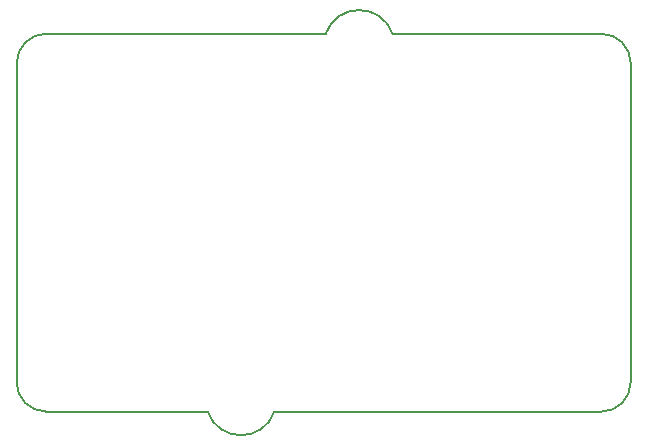
<source format=gko>
G04*
G04 #@! TF.GenerationSoftware,Altium Limited,Altium Designer,20.0.12 (288)*
G04*
G04 Layer_Color=16711935*
%FSLAX44Y44*%
%MOMM*%
G71*
G01*
G75*
%ADD10C,0.2000*%
D10*
X161696Y55D02*
G03*
X218304Y55I28304J9945D01*
G01*
X318304Y319945D02*
G03*
X261696Y319945I-28304J-9945D01*
G01*
X520000Y295000D02*
G03*
X495000Y320000I-25000J0D01*
G01*
X495000Y0D02*
G03*
X520000Y25000I0J25000D01*
G01*
X0D02*
G03*
X25000Y0I25000J0D01*
G01*
Y320000D02*
G03*
X0Y295000I0J-25000D01*
G01*
X25000Y0D02*
X161696D01*
X25000Y320000D02*
X261696D01*
X-0Y25000D02*
Y295000D01*
X218304Y0D02*
X495000Y0D01*
X520000Y25000D02*
Y295000D01*
X318304Y320000D02*
X495000Y320000D01*
M02*

</source>
